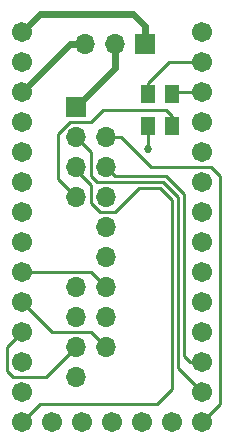
<source format=gbr>
G04 #@! TF.FileFunction,Copper,L1,Top,Signal*
%FSLAX46Y46*%
G04 Gerber Fmt 4.6, Leading zero omitted, Abs format (unit mm)*
G04 Created by KiCad (PCBNEW 4.0.0-rc1-stable) date 30/03/2017 16:27:04*
%MOMM*%
G01*
G04 APERTURE LIST*
%ADD10C,0.076200*%
%ADD11R,1.700000X1.700000*%
%ADD12O,1.700000X1.700000*%
%ADD13R,1.300000X1.500000*%
%ADD14C,1.701800*%
%ADD15C,0.685800*%
%ADD16C,0.609600*%
%ADD17C,0.254000*%
G04 APERTURE END LIST*
D10*
D11*
X108204000Y-98806000D03*
D12*
X105664000Y-98806000D03*
X103124000Y-98806000D03*
D13*
X110490000Y-105744000D03*
X110490000Y-103044000D03*
X108458000Y-103044000D03*
X108458000Y-105744000D03*
D14*
X113030000Y-100330000D03*
X113030000Y-102870000D03*
X113030000Y-105410000D03*
X113030000Y-107950000D03*
X113030000Y-110490000D03*
X113030000Y-113030000D03*
X113030000Y-115570000D03*
X113030000Y-118110000D03*
X113030000Y-120650000D03*
X113030000Y-123190000D03*
X113030000Y-125730000D03*
X113030000Y-128270000D03*
X113030000Y-130810000D03*
X97790000Y-130810000D03*
X97790000Y-128270000D03*
X97790000Y-125730000D03*
X97790000Y-123190000D03*
X97790000Y-120650000D03*
X97790000Y-118110000D03*
X97790000Y-115570000D03*
X97790000Y-113030000D03*
X97790000Y-110490000D03*
X97790000Y-107950000D03*
X97790000Y-105410000D03*
X97790000Y-102870000D03*
X97790000Y-100330000D03*
X97790000Y-97790000D03*
X113030000Y-97790000D03*
X110490000Y-130810000D03*
X107950000Y-130810000D03*
X105410000Y-130810000D03*
X102870000Y-130810000D03*
X100330000Y-130810000D03*
D11*
X102362000Y-104140000D03*
D12*
X102362000Y-106680000D03*
X104902000Y-106680000D03*
X102362000Y-109220000D03*
X104902000Y-109220000D03*
X102362000Y-111760000D03*
X104902000Y-111760000D03*
X104902000Y-114300000D03*
X104902000Y-116840000D03*
X102362000Y-119380000D03*
X104902000Y-119380000D03*
X102362000Y-121920000D03*
X104902000Y-121920000D03*
X102362000Y-124460000D03*
X104902000Y-124460000D03*
X102362000Y-127000000D03*
D15*
X108458000Y-107696000D03*
D16*
X97790000Y-97790000D02*
X99314000Y-96266000D01*
X108204000Y-97282000D02*
X108204000Y-98806000D01*
X107188000Y-96266000D02*
X108204000Y-97282000D01*
X99314000Y-96266000D02*
X107188000Y-96266000D01*
X102362000Y-104140000D02*
X105664000Y-100838000D01*
X105664000Y-100838000D02*
X105664000Y-98806000D01*
X101854000Y-98806000D02*
X103124000Y-98806000D01*
X97790000Y-102870000D02*
X101854000Y-98806000D01*
D17*
X110490000Y-105744000D02*
X110490000Y-104902000D01*
X100838000Y-110236000D02*
X102362000Y-111760000D01*
X100838000Y-106426000D02*
X100838000Y-110236000D01*
X101854000Y-105410000D02*
X100838000Y-106426000D01*
X103632000Y-105410000D02*
X101854000Y-105410000D01*
X104648000Y-104394000D02*
X103632000Y-105410000D01*
X109982000Y-104394000D02*
X104648000Y-104394000D01*
X110490000Y-104902000D02*
X109982000Y-104394000D01*
X113030000Y-102870000D02*
X110664000Y-102870000D01*
X110664000Y-102870000D02*
X110490000Y-103044000D01*
X108458000Y-102108000D02*
X108458000Y-103044000D01*
X110236000Y-100330000D02*
X108458000Y-102108000D01*
X113030000Y-100330000D02*
X110236000Y-100330000D01*
X108458000Y-105744000D02*
X108458000Y-107696000D01*
X105664000Y-109982000D02*
X104902000Y-109220000D01*
X109982000Y-109982000D02*
X105664000Y-109982000D01*
X111506000Y-111506000D02*
X109982000Y-109982000D01*
X111506000Y-125222000D02*
X111506000Y-111506000D01*
X105410000Y-109728000D02*
X104902000Y-109220000D01*
X113030000Y-125730000D02*
X112014000Y-125730000D01*
X112014000Y-125730000D02*
X111506000Y-125222000D01*
X103632000Y-107950000D02*
X102362000Y-106680000D01*
X103632000Y-109982000D02*
X103632000Y-107950000D01*
X104140000Y-110490000D02*
X103632000Y-109982000D01*
X109728000Y-110490000D02*
X104140000Y-110490000D01*
X113030000Y-128270000D02*
X110998000Y-126238000D01*
X110998000Y-126238000D02*
X110998000Y-111760000D01*
X110998000Y-111760000D02*
X109728000Y-110490000D01*
X104902000Y-106680000D02*
X106172000Y-106680000D01*
X106172000Y-106680000D02*
X108712000Y-109220000D01*
X108712000Y-109220000D02*
X113792000Y-109220000D01*
X113792000Y-109220000D02*
X114554000Y-109982000D01*
X114554000Y-129286000D02*
X113030000Y-130810000D01*
X114554000Y-109982000D02*
X114554000Y-129286000D01*
X102362000Y-109220000D02*
X102362000Y-109728000D01*
X97790000Y-130810000D02*
X99314000Y-129286000D01*
X99314000Y-129286000D02*
X109220000Y-129286000D01*
X109220000Y-129286000D02*
X110490000Y-128016000D01*
X110490000Y-128016000D02*
X110490000Y-112014000D01*
X110490000Y-112014000D02*
X109474000Y-110998000D01*
X109474000Y-110998000D02*
X107696000Y-110998000D01*
X107696000Y-110998000D02*
X105664000Y-113030000D01*
X105664000Y-113030000D02*
X104394000Y-113030000D01*
X104394000Y-113030000D02*
X103632000Y-112268000D01*
X103632000Y-110744000D02*
X102362000Y-109474000D01*
X103632000Y-112268000D02*
X103632000Y-110744000D01*
X97790000Y-123190000D02*
X96520000Y-124460000D01*
X99822000Y-127000000D02*
X102362000Y-124460000D01*
X97028000Y-127000000D02*
X99822000Y-127000000D01*
X96520000Y-126492000D02*
X97028000Y-127000000D01*
X96520000Y-124460000D02*
X96520000Y-126492000D01*
X103632000Y-123190000D02*
X104902000Y-124460000D01*
X100330000Y-123190000D02*
X103632000Y-123190000D01*
X97790000Y-120650000D02*
X100330000Y-123190000D01*
X97790000Y-118110000D02*
X103632000Y-118110000D01*
X103632000Y-118110000D02*
X104902000Y-119380000D01*
X97790000Y-118110000D02*
X97536000Y-118110000D01*
M02*

</source>
